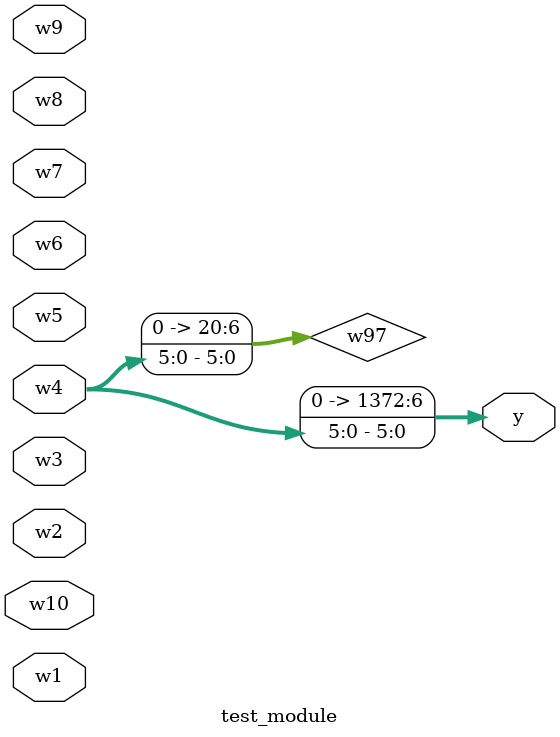
<source format=v>
module test_module(y, w1, w2, w3, w4, w5, w6, w7, w8, w9, w10);
output wire [1372:0] y;
input wire [6:0] w1;
input wire [18:0] w2;
input wire [9:0] w3;
input wire [5:0] w4;
input wire w5;
input wire [28:0] w6;
input wire [17:0] w7;
input wire [29:0] w8;
input wire [10:0] w9;
input wire [5:0] w10;
wire [20:0] w97;
assign w97 = ({(w9 ^ w7), ((-(27'he)) != (1'h0)), ((-(19'h17)) ? w1 : (23'h1e)), (w10 ? w9 : (1'h11)), (w2 ? (1'hc) : (8'h5)), (-(28'h11)), (w3 ? (1'h0) : w6), $unsigned(w9), ((1'h0) > (-(5'hc))), (-(5'h14)), ((-(20'h0)) ^~ (-(4'h1b))), {(8'ha), (1'h0), w1, (-(3'h1d)), (1'h0), w6, w9, (-(15'hc)), (1'h0), (-(18'h4)), (-(4'h1b)), w3, (20'h6), (27'h5), w3}, (1'h0), (~^(-(26'h11)))} ? $signed(($signed((-(7'h1c))) ? (w4 >>> (-(2'h4))) : ((-(23'h10)) && w3))) : {(+(-(17'he))), (^(18'h10)), {w2, (1'h0), w7, (1'h0), (-(26'h1)), w6, w4, (9'hb), (29'h1), (-(1'h1e)), (-(15'h11)), (29'h18), (-(4'h1a)), (23'ha), (24'h14), (17'h10), (28'h14), (32'hc), (1'h0), (-(29'hc)), (-(10'hf)), (-(24'h11)), (31'h19), w2, (-(14'h15)), w6, w4, (2'hc), w7, (-(17'h7))}, (&(1'h0)), {(29'h18), (-(25'h4)), (6'h13), (27'h7), (-(22'h18)), (-(23'h4)), w3, (-(26'h1)), (29'h1d)}, ((19'h1b) ? w3 : w3), (4'ha), $unsigned(w6), ((-(19'hc)) ? w8 : (29'h9)), (1'h0), (w7 && w4), (|w5), {(7'h4), w1, w3, (1'h0)}, w10, ((-(2'h13)) * (1'h0)), (w8 + (-(5'h12))), (-(17'h16))});
assign y = {w97};
endmodule

</source>
